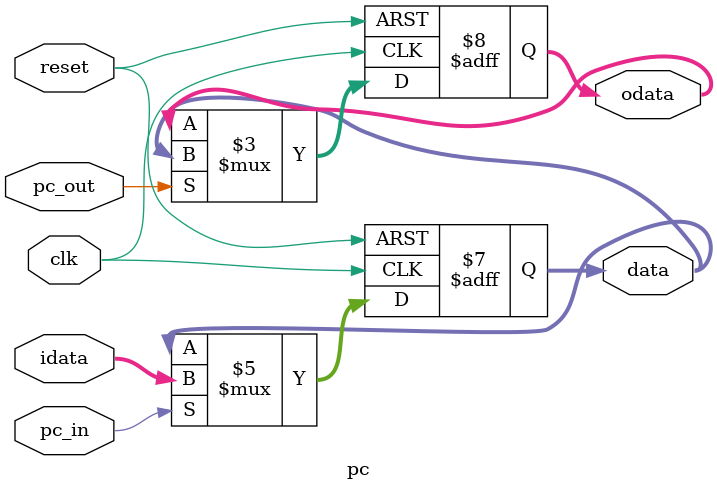
<source format=v>
module pc(
    input clk,
    input reset,
    input pc_in,
    input pc_out,
    input[31:0] idata,
    output  reg [31:0] data,
    output reg[31:0] odata
    );
   

    always@(posedge clk or posedge reset)begin
        if(reset==1)begin
             odata<=32'h0040_0000;//数据映射
             data<=32'h0040_0000;
        end
        else begin
            if(pc_in)
               data<=idata;
            if(pc_out)
               odata<=data;
               
        end
    end

endmodule

</source>
